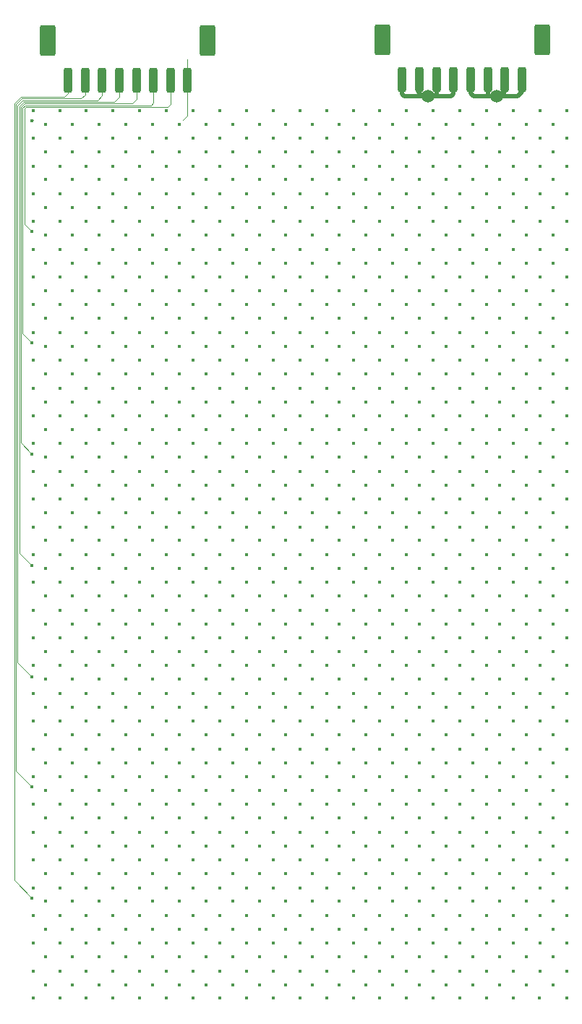
<source format=gbr>
%TF.GenerationSoftware,KiCad,Pcbnew,9.0.7*%
%TF.CreationDate,2026-02-05T13:43:49+01:00*%
%TF.ProjectId,led_bage,6c65645f-6261-4676-952e-6b696361645f,rev?*%
%TF.SameCoordinates,Original*%
%TF.FileFunction,Copper,L4,Bot*%
%TF.FilePolarity,Positive*%
%FSLAX46Y46*%
G04 Gerber Fmt 4.6, Leading zero omitted, Abs format (unit mm)*
G04 Created by KiCad (PCBNEW 9.0.7) date 2026-02-05 13:43:49*
%MOMM*%
%LPD*%
G01*
G04 APERTURE LIST*
G04 Aperture macros list*
%AMRoundRect*
0 Rectangle with rounded corners*
0 $1 Rounding radius*
0 $2 $3 $4 $5 $6 $7 $8 $9 X,Y pos of 4 corners*
0 Add a 4 corners polygon primitive as box body*
4,1,4,$2,$3,$4,$5,$6,$7,$8,$9,$2,$3,0*
0 Add four circle primitives for the rounded corners*
1,1,$1+$1,$2,$3*
1,1,$1+$1,$4,$5*
1,1,$1+$1,$6,$7*
1,1,$1+$1,$8,$9*
0 Add four rect primitives between the rounded corners*
20,1,$1+$1,$2,$3,$4,$5,0*
20,1,$1+$1,$4,$5,$6,$7,0*
20,1,$1+$1,$6,$7,$8,$9,0*
20,1,$1+$1,$8,$9,$2,$3,0*%
G04 Aperture macros list end*
%TA.AperFunction,SMDPad,CuDef*%
%ADD10RoundRect,0.250000X0.250000X1.200000X-0.250000X1.200000X-0.250000X-1.200000X0.250000X-1.200000X0*%
%TD*%
%TA.AperFunction,SMDPad,CuDef*%
%ADD11RoundRect,0.250000X0.650000X1.550000X-0.650000X1.550000X-0.650000X-1.550000X0.650000X-1.550000X0*%
%TD*%
%TA.AperFunction,ViaPad*%
%ADD12C,0.400000*%
%TD*%
%TA.AperFunction,ViaPad*%
%ADD13C,1.500000*%
%TD*%
%TA.AperFunction,Conductor*%
%ADD14C,0.500000*%
%TD*%
%TA.AperFunction,Conductor*%
%ADD15C,0.080000*%
%TD*%
G04 APERTURE END LIST*
D10*
%TO.P,J1,1,Pin_1*%
%TO.N,DATA1*%
X162600000Y-26200000D03*
%TO.P,J1,2,Pin_2*%
%TO.N,DATA2*%
X160600000Y-26200000D03*
%TO.P,J1,3,Pin_3*%
%TO.N,DATA3*%
X158600000Y-26200000D03*
%TO.P,J1,4,Pin_4*%
%TO.N,DATA4*%
X156600000Y-26200000D03*
%TO.P,J1,5,Pin_5*%
%TO.N,DATA5*%
X154600000Y-26200000D03*
%TO.P,J1,6,Pin_6*%
%TO.N,DATA6*%
X152600000Y-26200000D03*
%TO.P,J1,7,Pin_7*%
%TO.N,DATA7*%
X150600000Y-26200000D03*
%TO.P,J1,8,Pin_8*%
%TO.N,DATA8*%
X148600000Y-26200000D03*
D11*
%TO.P,J1,MP*%
%TO.N,N/C*%
X164950000Y-21550000D03*
X146250000Y-21550000D03*
%TD*%
D10*
%TO.P,J2,1,Pin_1*%
%TO.N,GND*%
X201750000Y-26050000D03*
%TO.P,J2,2,Pin_2*%
X199750000Y-26050000D03*
%TO.P,J2,3,Pin_3*%
X197750000Y-26050000D03*
%TO.P,J2,4,Pin_4*%
X195750000Y-26050000D03*
%TO.P,J2,5,Pin_5*%
%TO.N,VDD*%
X193750000Y-26050000D03*
%TO.P,J2,6,Pin_6*%
X191750000Y-26050000D03*
%TO.P,J2,7,Pin_7*%
X189750000Y-26050000D03*
%TO.P,J2,8,Pin_8*%
X187750000Y-26050000D03*
D11*
%TO.P,J2,MP*%
%TO.N,N/C*%
X204100000Y-21400000D03*
X185400000Y-21400000D03*
%TD*%
D12*
%TO.N,VDD*%
X183500000Y-115800000D03*
X161625000Y-41050000D03*
X161625000Y-125550000D03*
X161625000Y-93050000D03*
X183500000Y-86550000D03*
X174125000Y-119050000D03*
X146000000Y-102800000D03*
X161625000Y-73550000D03*
X186625000Y-122300000D03*
X158500000Y-50800000D03*
X164750000Y-112550000D03*
X189750000Y-34550000D03*
X180375000Y-109300000D03*
X164750000Y-80050000D03*
X146000000Y-89800000D03*
X196000000Y-89800000D03*
X180375000Y-128800000D03*
X180375000Y-57300000D03*
X177250000Y-44300000D03*
X164750000Y-119050000D03*
X155375000Y-60550000D03*
X186625000Y-109300000D03*
X158500000Y-41050000D03*
X202250000Y-86550000D03*
X149125000Y-76800000D03*
X146000000Y-34550000D03*
X152250000Y-41050000D03*
X183500000Y-54050000D03*
X149125000Y-86550000D03*
X199125000Y-99550000D03*
X146000000Y-99550000D03*
X183500000Y-50800000D03*
X189750000Y-73550000D03*
X146000000Y-37800000D03*
X158500000Y-109300000D03*
X202250000Y-73550000D03*
X189750000Y-125550000D03*
X158500000Y-115800000D03*
X174125000Y-54050000D03*
X199125000Y-80050000D03*
X155375000Y-70300000D03*
X174125000Y-89800000D03*
X205375000Y-125550000D03*
X199125000Y-83300000D03*
X161625000Y-119050000D03*
X155375000Y-102800000D03*
X171000000Y-102800000D03*
X174125000Y-112550000D03*
X202250000Y-44300000D03*
X186625000Y-44300000D03*
X158500000Y-99550000D03*
X180375000Y-106050000D03*
X171000000Y-106050000D03*
X186625000Y-57300000D03*
X186625000Y-34550000D03*
X164750000Y-109300000D03*
X164750000Y-83300000D03*
X180375000Y-60550000D03*
X167875000Y-60550000D03*
X171000000Y-54050000D03*
X177250000Y-102800000D03*
X205375000Y-109300000D03*
X164750000Y-54050000D03*
X189750000Y-63800000D03*
D13*
X190800000Y-28000000D03*
D12*
X202250000Y-106050000D03*
X161625000Y-67050000D03*
X146000000Y-31300000D03*
X146000000Y-122300000D03*
X192875000Y-47550000D03*
X171000000Y-70300000D03*
X146000000Y-112550000D03*
X164750000Y-37800000D03*
X158500000Y-47550000D03*
X192875000Y-93050000D03*
X174125000Y-41050000D03*
X189750000Y-37800000D03*
X189750000Y-47550000D03*
X155375000Y-132050000D03*
X155375000Y-106050000D03*
X180375000Y-122300000D03*
X202250000Y-119050000D03*
X183500000Y-96300000D03*
X174125000Y-132050000D03*
X171000000Y-96300000D03*
X149125000Y-57300000D03*
X149125000Y-93050000D03*
X167875000Y-50800000D03*
X146000000Y-70300000D03*
X171000000Y-80050000D03*
X146000000Y-44300000D03*
X180375000Y-99550000D03*
X149125000Y-106050000D03*
X196000000Y-70300000D03*
X161625000Y-115800000D03*
X205375000Y-54050000D03*
X205375000Y-122300000D03*
X202250000Y-89800000D03*
X155375000Y-54050000D03*
X186625000Y-80050000D03*
X199125000Y-106050000D03*
X199125000Y-122300000D03*
X177250000Y-80050000D03*
X161625000Y-128800000D03*
X199125000Y-119050000D03*
X186625000Y-132050000D03*
X152250000Y-106050000D03*
X199125000Y-50800000D03*
X202250000Y-47550000D03*
X161625000Y-76800000D03*
X171000000Y-37800000D03*
X164750000Y-93050000D03*
X174125000Y-31300000D03*
X155375000Y-73550000D03*
X192875000Y-76800000D03*
X199125000Y-132050000D03*
X177250000Y-54050000D03*
X152250000Y-93050000D03*
X202250000Y-63800000D03*
X199125000Y-109300000D03*
X177250000Y-60550000D03*
X155375000Y-112550000D03*
X155375000Y-96300000D03*
X164750000Y-96300000D03*
X146000000Y-109300000D03*
X186625000Y-112550000D03*
X158500000Y-89800000D03*
X167875000Y-109300000D03*
X164750000Y-31300000D03*
X164750000Y-60550000D03*
X152250000Y-119050000D03*
X186625000Y-128800000D03*
X180375000Y-63800000D03*
X158500000Y-67050000D03*
X196000000Y-99550000D03*
X152250000Y-109300000D03*
X152250000Y-44300000D03*
X189750000Y-93050000D03*
X167875000Y-96300000D03*
X205375000Y-60550000D03*
X177250000Y-86550000D03*
X205375000Y-67050000D03*
X196000000Y-76800000D03*
X202250000Y-112550000D03*
X158500000Y-57300000D03*
X152250000Y-37800000D03*
X180375000Y-132050000D03*
X202250000Y-125550000D03*
X205375000Y-31300000D03*
X177250000Y-99550000D03*
X174125000Y-60550000D03*
X152250000Y-112550000D03*
X152250000Y-60550000D03*
X192875000Y-67050000D03*
X171000000Y-99550000D03*
X202250000Y-76800000D03*
X149125000Y-128800000D03*
X189750000Y-109300000D03*
X186625000Y-115800000D03*
X152250000Y-132050000D03*
X177250000Y-57300000D03*
X149125000Y-34550000D03*
X189750000Y-102800000D03*
X167875000Y-73550000D03*
X171000000Y-63800000D03*
X183500000Y-76800000D03*
X158500000Y-128800000D03*
X152250000Y-50800000D03*
X192875000Y-44300000D03*
X177250000Y-122300000D03*
X189750000Y-89800000D03*
X149125000Y-109300000D03*
X161625000Y-102800000D03*
X180375000Y-67050000D03*
X174125000Y-106050000D03*
X205375000Y-41050000D03*
X174125000Y-67050000D03*
X180375000Y-73550000D03*
X186625000Y-31300000D03*
X158500000Y-83300000D03*
X180375000Y-86550000D03*
X183500000Y-132050000D03*
X171000000Y-115800000D03*
X164750000Y-44300000D03*
X196000000Y-34550000D03*
X199125000Y-128800000D03*
X171000000Y-73550000D03*
X174125000Y-37800000D03*
X167875000Y-83300000D03*
X155375000Y-57300000D03*
X158500000Y-54050000D03*
X186625000Y-50800000D03*
X161625000Y-34550000D03*
X199125000Y-86550000D03*
X183500000Y-125550000D03*
X196000000Y-63800000D03*
X161625000Y-50800000D03*
X186625000Y-47550000D03*
X146000000Y-63800000D03*
X149125000Y-96300000D03*
X171000000Y-109300000D03*
X146000000Y-57300000D03*
X192875000Y-34550000D03*
X158500000Y-73550000D03*
X174125000Y-86550000D03*
X196000000Y-41050000D03*
X183500000Y-34550000D03*
X196000000Y-83300000D03*
X196000000Y-67050000D03*
X174125000Y-80050000D03*
X186625000Y-67050000D03*
X149125000Y-41050000D03*
X161625000Y-106050000D03*
X171000000Y-31300000D03*
X146000000Y-80050000D03*
X155375000Y-128800000D03*
X189750000Y-67050000D03*
X180375000Y-112550000D03*
X180375000Y-54050000D03*
X174125000Y-34550000D03*
X174125000Y-115800000D03*
X161625000Y-89800000D03*
X192875000Y-73550000D03*
X174125000Y-122300000D03*
X174125000Y-93050000D03*
X161625000Y-86550000D03*
X202250000Y-34550000D03*
X205375000Y-80050000D03*
X146000000Y-115800000D03*
X183500000Y-60550000D03*
X171000000Y-119050000D03*
X158500000Y-93050000D03*
X149125000Y-122300000D03*
X192875000Y-83300000D03*
X158500000Y-44300000D03*
X202250000Y-83300000D03*
X199125000Y-96300000D03*
X205375000Y-99550000D03*
X152250000Y-67050000D03*
X180375000Y-34550000D03*
X155375000Y-122300000D03*
X171000000Y-89800000D03*
X205375000Y-50800000D03*
X205375000Y-96300000D03*
X189750000Y-132050000D03*
X199125000Y-47550000D03*
X189750000Y-119050000D03*
X199125000Y-60550000D03*
X202250000Y-31300000D03*
X186625000Y-125550000D03*
X152250000Y-83300000D03*
X205375000Y-83300000D03*
X161625000Y-60550000D03*
X164750000Y-73550000D03*
X158500000Y-31300000D03*
X189750000Y-99550000D03*
X183500000Y-109300000D03*
X192875000Y-106050000D03*
X183500000Y-57300000D03*
X192875000Y-102800000D03*
X180375000Y-41050000D03*
X149125000Y-73550000D03*
X177250000Y-31300000D03*
X186625000Y-99550000D03*
X146000000Y-96300000D03*
X192875000Y-86550000D03*
X174125000Y-128800000D03*
X149125000Y-47550000D03*
X174125000Y-76800000D03*
X189750000Y-44300000D03*
X171000000Y-83300000D03*
X171000000Y-57300000D03*
X186625000Y-60550000D03*
X149125000Y-119050000D03*
X155375000Y-34550000D03*
X167875000Y-99550000D03*
X149125000Y-60550000D03*
X152250000Y-122300000D03*
X186625000Y-73550000D03*
X199125000Y-115800000D03*
X177250000Y-67050000D03*
X146000000Y-83300000D03*
X171000000Y-41050000D03*
X171000000Y-60550000D03*
X196000000Y-37800000D03*
X164750000Y-41050000D03*
X146000000Y-106050000D03*
X146000000Y-86550000D03*
X192875000Y-31300000D03*
X196000000Y-119050000D03*
X192875000Y-50800000D03*
X174125000Y-83300000D03*
X196000000Y-106050000D03*
X158500000Y-76800000D03*
X167875000Y-80050000D03*
X183500000Y-112550000D03*
X155375000Y-31300000D03*
X205375000Y-112550000D03*
X183500000Y-37800000D03*
X192875000Y-132050000D03*
X149125000Y-70300000D03*
X196000000Y-57300000D03*
X202250000Y-50800000D03*
X155375000Y-76800000D03*
X183500000Y-89800000D03*
X152250000Y-73550000D03*
X174125000Y-57300000D03*
X196000000Y-112550000D03*
X146000000Y-67050000D03*
X199125000Y-112550000D03*
X155375000Y-44300000D03*
X167875000Y-63800000D03*
X196000000Y-93050000D03*
X183500000Y-63800000D03*
X205375000Y-57300000D03*
X164750000Y-115800000D03*
X202250000Y-122300000D03*
X192875000Y-63800000D03*
X167875000Y-112550000D03*
X146000000Y-132050000D03*
X167875000Y-34550000D03*
X149125000Y-44300000D03*
X149125000Y-112550000D03*
X158500000Y-96300000D03*
X155375000Y-80050000D03*
X149125000Y-63800000D03*
X164750000Y-99550000D03*
X161625000Y-112550000D03*
X199125000Y-70300000D03*
X189750000Y-50800000D03*
X177250000Y-73550000D03*
X167875000Y-54050000D03*
X199125000Y-63800000D03*
X205375000Y-89800000D03*
X177250000Y-50800000D03*
X146000000Y-73550000D03*
X205375000Y-34550000D03*
X149125000Y-125550000D03*
X167875000Y-47550000D03*
X202250000Y-132050000D03*
X196000000Y-122300000D03*
X205375000Y-73550000D03*
X149125000Y-89800000D03*
X171000000Y-47550000D03*
X152250000Y-99550000D03*
X186625000Y-96300000D03*
X152250000Y-70300000D03*
X171000000Y-128800000D03*
X158500000Y-119050000D03*
X171000000Y-122300000D03*
X161625000Y-44300000D03*
X149125000Y-99550000D03*
X158500000Y-60550000D03*
X155375000Y-125550000D03*
X149125000Y-115800000D03*
X183500000Y-47550000D03*
X177250000Y-93050000D03*
X152250000Y-102800000D03*
X192875000Y-54050000D03*
X164750000Y-63800000D03*
X167875000Y-106050000D03*
X199125000Y-73550000D03*
X167875000Y-41050000D03*
X171000000Y-67050000D03*
X186625000Y-54050000D03*
X199125000Y-125550000D03*
X192875000Y-115800000D03*
X177250000Y-37800000D03*
X192875000Y-60550000D03*
X192875000Y-37800000D03*
X158500000Y-122300000D03*
X171000000Y-76800000D03*
X199125000Y-54050000D03*
X202250000Y-102800000D03*
X199125000Y-34550000D03*
X202250000Y-60550000D03*
X177250000Y-128800000D03*
X189750000Y-57300000D03*
X196000000Y-128800000D03*
X177250000Y-70300000D03*
X180375000Y-125550000D03*
X192875000Y-109300000D03*
X177250000Y-96300000D03*
X192875000Y-122300000D03*
X164750000Y-76800000D03*
X205375000Y-76800000D03*
X164750000Y-86550000D03*
X161625000Y-37800000D03*
X180375000Y-115800000D03*
X171000000Y-86550000D03*
X167875000Y-125550000D03*
X180375000Y-102800000D03*
X180375000Y-31300000D03*
X167875000Y-86550000D03*
X158500000Y-80050000D03*
X164750000Y-132050000D03*
X202250000Y-37800000D03*
X189750000Y-83300000D03*
X196000000Y-96300000D03*
X192875000Y-99550000D03*
X202250000Y-80050000D03*
X158500000Y-34550000D03*
X186625000Y-102800000D03*
X146000000Y-60550000D03*
X171000000Y-50800000D03*
X171000000Y-44300000D03*
X196000000Y-54050000D03*
X205375000Y-119050000D03*
X152250000Y-128800000D03*
X180375000Y-119050000D03*
X180375000Y-76800000D03*
X167875000Y-31300000D03*
X177250000Y-76800000D03*
X177250000Y-41050000D03*
X189750000Y-96300000D03*
X146000000Y-128800000D03*
X196000000Y-47550000D03*
X202250000Y-96300000D03*
X164750000Y-50800000D03*
X189750000Y-31300000D03*
X192875000Y-80050000D03*
X186625000Y-86550000D03*
X183500000Y-31300000D03*
X186625000Y-37800000D03*
X152250000Y-31300000D03*
X161625000Y-47550000D03*
X196000000Y-44300000D03*
X164750000Y-106050000D03*
X183500000Y-128800000D03*
X171000000Y-34550000D03*
X183500000Y-44300000D03*
X192875000Y-57300000D03*
X152250000Y-125550000D03*
X199125000Y-44300000D03*
X199125000Y-31300000D03*
X183500000Y-70300000D03*
X149125000Y-102800000D03*
X174125000Y-70300000D03*
X174125000Y-44300000D03*
X180375000Y-47550000D03*
X202250000Y-70300000D03*
X167875000Y-128800000D03*
X189750000Y-70300000D03*
X205375000Y-102800000D03*
X177250000Y-125550000D03*
X155375000Y-109300000D03*
X202250000Y-93050000D03*
X192875000Y-89800000D03*
X180375000Y-44300000D03*
X177250000Y-109300000D03*
X164750000Y-89800000D03*
X167875000Y-122300000D03*
X164750000Y-57300000D03*
X149125000Y-54050000D03*
X152250000Y-89800000D03*
X149125000Y-132050000D03*
X196000000Y-109300000D03*
X202250000Y-109300000D03*
X155375000Y-37800000D03*
X174125000Y-50800000D03*
X196000000Y-125550000D03*
X183500000Y-73550000D03*
X152250000Y-86550000D03*
X186625000Y-41050000D03*
X149125000Y-67050000D03*
X149125000Y-50800000D03*
X174125000Y-47550000D03*
X146000000Y-50800000D03*
X192875000Y-96300000D03*
X202250000Y-128800000D03*
X174125000Y-96300000D03*
X152250000Y-96300000D03*
X199125000Y-37800000D03*
X146000000Y-119050000D03*
X171000000Y-93050000D03*
X152250000Y-54050000D03*
X174125000Y-73550000D03*
X161625000Y-54050000D03*
X155375000Y-115800000D03*
X167875000Y-119050000D03*
X192875000Y-128800000D03*
X196000000Y-115800000D03*
X155375000Y-86550000D03*
X196000000Y-132050000D03*
X183500000Y-102800000D03*
X186625000Y-106050000D03*
X177250000Y-112550000D03*
X177250000Y-89800000D03*
X164750000Y-47550000D03*
X152250000Y-76800000D03*
X164750000Y-125550000D03*
X174125000Y-125550000D03*
X177250000Y-115800000D03*
X205375000Y-93050000D03*
X146000000Y-54050000D03*
X183500000Y-80050000D03*
X152250000Y-115800000D03*
X202250000Y-67050000D03*
X205375000Y-47550000D03*
X186625000Y-119050000D03*
X177250000Y-34550000D03*
X177250000Y-132050000D03*
X183500000Y-119050000D03*
X146000000Y-125550000D03*
X149125000Y-31300000D03*
X161625000Y-122300000D03*
X155375000Y-93050000D03*
X164750000Y-102800000D03*
X174125000Y-99550000D03*
X180375000Y-83300000D03*
X174125000Y-102800000D03*
X199125000Y-57300000D03*
X146000000Y-47550000D03*
X152250000Y-57300000D03*
X192875000Y-125550000D03*
X164750000Y-70300000D03*
X196000000Y-60550000D03*
X177250000Y-47550000D03*
X167875000Y-132050000D03*
X199125000Y-93050000D03*
X205375000Y-86550000D03*
X180375000Y-37800000D03*
X171000000Y-132050000D03*
X155375000Y-63800000D03*
X202250000Y-54050000D03*
X180375000Y-80050000D03*
X161625000Y-31300000D03*
X158500000Y-70300000D03*
X189750000Y-122300000D03*
X189750000Y-112550000D03*
X180375000Y-50800000D03*
X155375000Y-83300000D03*
X180375000Y-93050000D03*
X161625000Y-80050000D03*
X180375000Y-89800000D03*
X186625000Y-76800000D03*
X177250000Y-106050000D03*
X167875000Y-37800000D03*
X177250000Y-119050000D03*
X186625000Y-83300000D03*
X158500000Y-37800000D03*
X186625000Y-93050000D03*
X158500000Y-86550000D03*
X171000000Y-125550000D03*
X192875000Y-70300000D03*
X183500000Y-67050000D03*
X199125000Y-76800000D03*
X177250000Y-63800000D03*
X158500000Y-112550000D03*
X183500000Y-99550000D03*
X180375000Y-96300000D03*
X196000000Y-102800000D03*
X196000000Y-80050000D03*
X205375000Y-115800000D03*
X183500000Y-93050000D03*
X155375000Y-67050000D03*
X155375000Y-119050000D03*
X202250000Y-115800000D03*
X161625000Y-63800000D03*
X155375000Y-99550000D03*
X183500000Y-83300000D03*
X174125000Y-63800000D03*
X199125000Y-102800000D03*
X161625000Y-83300000D03*
X158500000Y-132050000D03*
X192875000Y-119050000D03*
X164750000Y-128800000D03*
X199125000Y-41050000D03*
X196000000Y-86550000D03*
X155375000Y-89800000D03*
X192875000Y-112550000D03*
X158500000Y-106050000D03*
X152250000Y-63800000D03*
X189750000Y-60550000D03*
X149125000Y-80050000D03*
X164750000Y-67050000D03*
X196000000Y-50800000D03*
X189750000Y-115800000D03*
X205375000Y-37800000D03*
X167875000Y-70300000D03*
X199125000Y-89800000D03*
X189750000Y-86550000D03*
X152250000Y-34550000D03*
X167875000Y-76800000D03*
X183500000Y-106050000D03*
X167875000Y-115800000D03*
X199125000Y-67050000D03*
X202250000Y-99550000D03*
X202250000Y-57300000D03*
X167875000Y-67050000D03*
X161625000Y-57300000D03*
X155375000Y-41050000D03*
X189750000Y-54050000D03*
X149125000Y-37800000D03*
X186625000Y-70300000D03*
X196000000Y-31300000D03*
X186625000Y-89800000D03*
X174125000Y-109300000D03*
X164750000Y-34550000D03*
X186625000Y-63800000D03*
X167875000Y-102800000D03*
X183500000Y-122300000D03*
X146000000Y-76800000D03*
X152250000Y-80050000D03*
X146000000Y-93050000D03*
X205375000Y-70300000D03*
X167875000Y-57300000D03*
X189750000Y-80050000D03*
X152250000Y-47550000D03*
X192875000Y-41050000D03*
X196000000Y-73550000D03*
X167875000Y-93050000D03*
X189750000Y-106050000D03*
X171000000Y-112550000D03*
X202250000Y-41050000D03*
X161625000Y-109300000D03*
X189750000Y-41050000D03*
X183500000Y-41050000D03*
X189750000Y-76800000D03*
X189750000Y-128800000D03*
X146000000Y-41050000D03*
X161625000Y-70300000D03*
X164750000Y-122300000D03*
X161625000Y-132050000D03*
X205375000Y-132050000D03*
X149125000Y-83300000D03*
X161625000Y-99550000D03*
X161625000Y-96300000D03*
X158500000Y-102800000D03*
X205375000Y-44300000D03*
X180375000Y-70300000D03*
X177250000Y-83300000D03*
X167875000Y-89800000D03*
X155375000Y-47550000D03*
X158500000Y-63800000D03*
X205375000Y-106050000D03*
X167875000Y-44300000D03*
X205375000Y-128800000D03*
X158500000Y-125550000D03*
X205375000Y-63800000D03*
X155375000Y-50800000D03*
%TO.N,DATA1*%
X144400000Y-30900000D03*
%TO.N,GND*%
X172625000Y-58950000D03*
X175750000Y-29700000D03*
X157000000Y-81700000D03*
X188250000Y-29700000D03*
X169500000Y-110950000D03*
X172625000Y-120700000D03*
X160125000Y-117450000D03*
D13*
X198800000Y-28000000D03*
D12*
X188250000Y-117450000D03*
X150750000Y-68700000D03*
X200750000Y-39450000D03*
X207000000Y-42700000D03*
X166375000Y-42700000D03*
X194500000Y-94700000D03*
X169500000Y-65450000D03*
X166375000Y-78450000D03*
X166375000Y-71950000D03*
X200750000Y-62200000D03*
X163250000Y-36200000D03*
X160125000Y-107700000D03*
X163250000Y-91450000D03*
X144500000Y-81700000D03*
X147625000Y-88200000D03*
X157000000Y-130450000D03*
X197625000Y-133600000D03*
X191375000Y-29700000D03*
X157000000Y-52450000D03*
X191375000Y-110950000D03*
X178875000Y-130450000D03*
X147625000Y-55700000D03*
X178875000Y-107700000D03*
X197625000Y-49200000D03*
X160125000Y-58950000D03*
X172625000Y-101200000D03*
X203875000Y-81700000D03*
X157000000Y-45950000D03*
X194500000Y-68700000D03*
X200750000Y-65450000D03*
X160125000Y-45950000D03*
X169500000Y-62200000D03*
X172625000Y-91450000D03*
X175750000Y-110950000D03*
X169500000Y-29700000D03*
X147625000Y-101200000D03*
X175750000Y-71950000D03*
X178875000Y-78450000D03*
X169500000Y-55700000D03*
X166375000Y-91450000D03*
X197625000Y-29700000D03*
X172625000Y-29700000D03*
X169500000Y-52450000D03*
X175750000Y-107700000D03*
X169500000Y-101200000D03*
X175750000Y-55700000D03*
X160125000Y-127200000D03*
X188250000Y-42700000D03*
X163250000Y-123950000D03*
X200750000Y-101200000D03*
X163250000Y-110950000D03*
X185125000Y-127200000D03*
X147625000Y-130450000D03*
X150750000Y-49200000D03*
X178875000Y-133600000D03*
X153875000Y-39450000D03*
X160125000Y-71950000D03*
X144500000Y-52450000D03*
X144500000Y-75200000D03*
X147625000Y-75200000D03*
X169500000Y-133600000D03*
X157000000Y-101200000D03*
X160125000Y-42700000D03*
X144500000Y-71950000D03*
X191375000Y-45950000D03*
X172625000Y-62200000D03*
X197625000Y-45950000D03*
X175750000Y-65450000D03*
X147625000Y-62200000D03*
X203875000Y-84950000D03*
X188250000Y-39450000D03*
X172625000Y-39450000D03*
X157000000Y-49200000D03*
X203875000Y-127200000D03*
X150750000Y-120700000D03*
X200750000Y-133600000D03*
X157000000Y-120700000D03*
X191375000Y-75200000D03*
X160125000Y-75200000D03*
X147625000Y-65450000D03*
X191375000Y-84950000D03*
X188250000Y-110950000D03*
X160125000Y-130450000D03*
X157000000Y-88200000D03*
X172625000Y-32950000D03*
X203875000Y-65450000D03*
X144500000Y-114200000D03*
X153875000Y-32950000D03*
X203875000Y-39450000D03*
X153875000Y-130450000D03*
X144500000Y-55700000D03*
X185125000Y-104450000D03*
X163250000Y-117450000D03*
X147625000Y-114200000D03*
X207000000Y-84950000D03*
X194500000Y-45950000D03*
X144500000Y-45950000D03*
X178875000Y-84950000D03*
X172625000Y-110950000D03*
X166375000Y-114200000D03*
X147625000Y-81700000D03*
X197625000Y-97950000D03*
X160125000Y-52450000D03*
X157000000Y-127200000D03*
X191375000Y-101200000D03*
X207000000Y-52450000D03*
X178875000Y-49200000D03*
X191375000Y-120700000D03*
X169500000Y-94700000D03*
X172625000Y-71950000D03*
X203875000Y-58950000D03*
X178875000Y-127200000D03*
X175750000Y-114200000D03*
X166375000Y-68700000D03*
X144500000Y-29700000D03*
X166375000Y-104450000D03*
X172625000Y-88200000D03*
X147625000Y-107700000D03*
X150750000Y-32950000D03*
X175750000Y-120700000D03*
X203875000Y-29700000D03*
X197625000Y-42700000D03*
X194500000Y-36200000D03*
X150750000Y-65450000D03*
X169500000Y-81700000D03*
X147625000Y-123950000D03*
X203875000Y-42700000D03*
X163250000Y-39450000D03*
X163250000Y-101200000D03*
X191375000Y-114200000D03*
X188250000Y-114200000D03*
X182000000Y-58950000D03*
X182000000Y-94700000D03*
X185125000Y-88200000D03*
X185125000Y-71950000D03*
X200750000Y-130450000D03*
X207000000Y-107700000D03*
X150750000Y-81700000D03*
X153875000Y-49200000D03*
X153875000Y-65450000D03*
X200750000Y-81700000D03*
X191375000Y-62200000D03*
X188250000Y-71950000D03*
X203875000Y-68700000D03*
X147625000Y-36200000D03*
X150750000Y-78450000D03*
X194500000Y-39450000D03*
X160125000Y-97950000D03*
X150750000Y-91450000D03*
X169500000Y-117450000D03*
X191375000Y-68700000D03*
X191375000Y-117450000D03*
X188250000Y-75200000D03*
X203875000Y-91450000D03*
X150750000Y-107700000D03*
X147625000Y-84950000D03*
X150750000Y-75200000D03*
X144500000Y-97950000D03*
X144500000Y-94700000D03*
X166375000Y-65450000D03*
X185125000Y-130450000D03*
X194500000Y-42700000D03*
X153875000Y-117450000D03*
X172625000Y-114200000D03*
X163250000Y-81700000D03*
X178875000Y-68700000D03*
X185125000Y-58950000D03*
X147625000Y-104450000D03*
X203800000Y-133600000D03*
X169500000Y-127200000D03*
X163250000Y-114200000D03*
X188250000Y-94700000D03*
X191375000Y-42700000D03*
X166375000Y-55700000D03*
X188250000Y-127200000D03*
X188250000Y-52450000D03*
X163250000Y-94700000D03*
X182000000Y-55700000D03*
X166375000Y-81700000D03*
X153875000Y-68700000D03*
X153875000Y-127200000D03*
X172625000Y-84950000D03*
X175750000Y-117450000D03*
X182000000Y-127200000D03*
X207000000Y-49200000D03*
X175750000Y-97950000D03*
X203875000Y-114200000D03*
X191375000Y-107700000D03*
X163250000Y-75200000D03*
X182000000Y-81700000D03*
X197625000Y-52450000D03*
X182000000Y-130450000D03*
X150750000Y-97950000D03*
X147625000Y-110950000D03*
X160125000Y-81700000D03*
X157000000Y-71950000D03*
X197625000Y-88200000D03*
X182000000Y-114200000D03*
X166375000Y-62200000D03*
X207000000Y-127200000D03*
X207000000Y-110950000D03*
X166375000Y-97950000D03*
X203875000Y-101200000D03*
X194500000Y-58950000D03*
X203875000Y-75200000D03*
X157000000Y-65450000D03*
X197625000Y-65450000D03*
X144500000Y-120700000D03*
X163250000Y-78450000D03*
X197625000Y-39450000D03*
X166375000Y-123950000D03*
X150750000Y-39450000D03*
X160125000Y-101200000D03*
X185125000Y-114200000D03*
X163250000Y-62200000D03*
X185125000Y-49200000D03*
X191375000Y-130450000D03*
X182000000Y-78450000D03*
X188250000Y-45950000D03*
X166375000Y-133600000D03*
X191375000Y-39450000D03*
X207000000Y-114200000D03*
X150750000Y-62200000D03*
X169500000Y-84950000D03*
X150750000Y-123950000D03*
X194500000Y-133600000D03*
X197625000Y-78450000D03*
X160125000Y-114200000D03*
X200750000Y-78450000D03*
X172625000Y-52450000D03*
X157000000Y-32950000D03*
X194500000Y-104450000D03*
X182000000Y-65450000D03*
X185125000Y-36200000D03*
X163250000Y-107700000D03*
X175750000Y-52450000D03*
X188250000Y-97950000D03*
X153875000Y-71950000D03*
X194500000Y-75200000D03*
X185125000Y-110950000D03*
X191375000Y-49200000D03*
X175750000Y-130450000D03*
X200750000Y-52450000D03*
X160125000Y-123950000D03*
X182000000Y-133600000D03*
X200750000Y-117450000D03*
X153875000Y-36200000D03*
X172625000Y-97950000D03*
X160125000Y-68700000D03*
X207000000Y-101200000D03*
X175750000Y-42700000D03*
X144500000Y-107700000D03*
X166375000Y-110950000D03*
X185125000Y-107700000D03*
X191375000Y-133600000D03*
X200750000Y-42700000D03*
X175750000Y-32950000D03*
X166375000Y-127200000D03*
X197625000Y-110950000D03*
X144500000Y-42700000D03*
X178875000Y-39450000D03*
X163250000Y-42700000D03*
X194500000Y-110950000D03*
X163250000Y-88200000D03*
X163250000Y-130450000D03*
X197625000Y-127200000D03*
X175750000Y-88200000D03*
X147625000Y-39450000D03*
X194500000Y-120700000D03*
X200750000Y-120700000D03*
X191375000Y-78450000D03*
X207000000Y-68700000D03*
X178875000Y-71950000D03*
X194500000Y-32950000D03*
X160125000Y-91450000D03*
X200750000Y-58950000D03*
X150750000Y-114200000D03*
X197625000Y-58950000D03*
X194500000Y-101200000D03*
X147625000Y-78450000D03*
X166375000Y-130450000D03*
X191375000Y-94700000D03*
X178875000Y-65450000D03*
X166375000Y-117450000D03*
X191375000Y-123950000D03*
X178875000Y-62200000D03*
X185125000Y-123950000D03*
X203875000Y-62200000D03*
X147625000Y-42700000D03*
X160125000Y-133600000D03*
X203875000Y-88200000D03*
X147625000Y-29700000D03*
X203875000Y-78450000D03*
X185125000Y-62200000D03*
X197625000Y-123950000D03*
X166375000Y-58950000D03*
X157000000Y-39450000D03*
X147625000Y-97950000D03*
X182000000Y-84950000D03*
X175750000Y-78450000D03*
X203875000Y-110950000D03*
X172625000Y-94700000D03*
X153875000Y-75200000D03*
X197625000Y-32950000D03*
X207000000Y-58950000D03*
X147625000Y-127200000D03*
X207000000Y-94700000D03*
X163250000Y-49200000D03*
X200750000Y-75200000D03*
X200750000Y-88200000D03*
X160125000Y-32950000D03*
X194500000Y-78450000D03*
X175750000Y-45950000D03*
X188250000Y-104450000D03*
X153875000Y-120700000D03*
X150750000Y-71950000D03*
X175750000Y-58950000D03*
X197625000Y-120700000D03*
X207000000Y-104450000D03*
X200750000Y-84950000D03*
X188250000Y-84950000D03*
X153875000Y-94700000D03*
X178875000Y-36200000D03*
X188250000Y-62200000D03*
X182000000Y-45950000D03*
X188250000Y-133600000D03*
X191375000Y-36200000D03*
X163250000Y-65450000D03*
X169500000Y-114200000D03*
X172625000Y-49200000D03*
X144500000Y-130450000D03*
X182000000Y-36200000D03*
X157000000Y-107700000D03*
X175750000Y-127200000D03*
X160125000Y-49200000D03*
X207000000Y-71950000D03*
X178875000Y-91450000D03*
X169500000Y-97950000D03*
X147625000Y-45950000D03*
X188250000Y-120700000D03*
X160125000Y-62200000D03*
X188250000Y-91450000D03*
X185125000Y-55700000D03*
X197625000Y-81700000D03*
X182000000Y-29700000D03*
X153875000Y-55700000D03*
X144500000Y-133600000D03*
X157000000Y-117450000D03*
X150750000Y-117450000D03*
X172625000Y-123950000D03*
X153875000Y-107700000D03*
X144500000Y-78450000D03*
X178875000Y-88200000D03*
X153875000Y-58950000D03*
X169500000Y-78450000D03*
X178875000Y-52450000D03*
X172625000Y-130450000D03*
X175750000Y-104450000D03*
X200750000Y-97950000D03*
X178875000Y-58950000D03*
X194500000Y-117450000D03*
X150750000Y-58950000D03*
X194500000Y-91450000D03*
X194500000Y-127200000D03*
X207000000Y-120700000D03*
X178875000Y-29700000D03*
X163250000Y-52450000D03*
X182000000Y-88200000D03*
X194500000Y-114200000D03*
X207000000Y-62200000D03*
X172625000Y-104450000D03*
X194500000Y-97950000D03*
X166375000Y-45950000D03*
X185125000Y-52450000D03*
X169500000Y-88200000D03*
X166375000Y-94700000D03*
X197625000Y-75200000D03*
X169500000Y-130450000D03*
X157000000Y-75200000D03*
X157000000Y-36200000D03*
X188250000Y-32950000D03*
X182000000Y-91450000D03*
X197625000Y-101200000D03*
X147625000Y-58950000D03*
X144500000Y-123950000D03*
X175750000Y-123950000D03*
X185125000Y-101200000D03*
X157000000Y-29700000D03*
X197625000Y-84950000D03*
X207000000Y-97950000D03*
X147625000Y-117450000D03*
X207000000Y-133600000D03*
X175750000Y-91450000D03*
X166375000Y-88200000D03*
X150750000Y-42700000D03*
X157000000Y-62200000D03*
X203875000Y-49200000D03*
X178875000Y-110950000D03*
X207000000Y-123950000D03*
X182000000Y-110950000D03*
X200750000Y-29700000D03*
X157000000Y-55700000D03*
X150750000Y-45950000D03*
X169500000Y-39450000D03*
X150750000Y-110950000D03*
X207000000Y-55700000D03*
X207000000Y-130450000D03*
X200750000Y-49200000D03*
X169500000Y-120700000D03*
X172625000Y-42700000D03*
X182000000Y-101200000D03*
X200750000Y-114200000D03*
X160125000Y-110950000D03*
X194500000Y-62200000D03*
X160125000Y-29700000D03*
X178875000Y-75200000D03*
X207000000Y-75200000D03*
X169500000Y-58950000D03*
X169500000Y-32950000D03*
X200750000Y-127200000D03*
X166375000Y-101200000D03*
X147625000Y-133600000D03*
X191375000Y-88200000D03*
X169500000Y-71950000D03*
X182000000Y-120700000D03*
X197625000Y-130450000D03*
X163250000Y-55700000D03*
X157000000Y-110950000D03*
X153875000Y-133600000D03*
X197625000Y-117450000D03*
X166375000Y-75200000D03*
X207000000Y-81700000D03*
X207000000Y-78450000D03*
X172625000Y-68700000D03*
X191375000Y-52450000D03*
X153875000Y-91450000D03*
X169500000Y-75200000D03*
X185125000Y-94700000D03*
X207000000Y-45950000D03*
X200750000Y-104450000D03*
X144500000Y-104450000D03*
X178875000Y-42700000D03*
X203875000Y-55700000D03*
X200750000Y-123950000D03*
X172625000Y-127200000D03*
X153875000Y-97950000D03*
X182000000Y-52450000D03*
X147625000Y-32950000D03*
X185125000Y-91450000D03*
X200750000Y-55700000D03*
X207000000Y-29700000D03*
X144500000Y-91450000D03*
X188250000Y-55700000D03*
X178875000Y-45950000D03*
X150750000Y-55700000D03*
X197625000Y-55700000D03*
X182000000Y-123950000D03*
X182000000Y-117450000D03*
X207000000Y-91450000D03*
X188250000Y-68700000D03*
X166375000Y-32950000D03*
X185125000Y-39450000D03*
X144500000Y-32950000D03*
X157000000Y-84950000D03*
X147625000Y-94700000D03*
X172625000Y-107700000D03*
X150750000Y-104450000D03*
X166375000Y-120700000D03*
X153875000Y-42700000D03*
X144500000Y-62200000D03*
X182000000Y-62200000D03*
X144500000Y-68700000D03*
X166375000Y-52450000D03*
X188250000Y-49200000D03*
X203875000Y-94700000D03*
X203875000Y-130450000D03*
X169500000Y-45950000D03*
X194500000Y-123950000D03*
X144500000Y-84950000D03*
X178875000Y-123950000D03*
X197625000Y-91450000D03*
X157000000Y-58950000D03*
X150750000Y-94700000D03*
X147625000Y-71950000D03*
X163250000Y-68700000D03*
X185125000Y-97950000D03*
X150750000Y-52450000D03*
X200750000Y-45950000D03*
X185125000Y-68700000D03*
X172625000Y-65450000D03*
X178875000Y-120700000D03*
X191375000Y-127200000D03*
X185125000Y-84950000D03*
X200750000Y-68700000D03*
X160125000Y-84950000D03*
X160125000Y-65450000D03*
X175750000Y-101200000D03*
X191375000Y-65450000D03*
X160125000Y-78450000D03*
X194500000Y-107700000D03*
X191375000Y-58950000D03*
X175750000Y-84950000D03*
X144500000Y-117450000D03*
X197625000Y-36200000D03*
X169500000Y-49200000D03*
X157000000Y-114200000D03*
X172625000Y-36200000D03*
X197625000Y-114200000D03*
X163250000Y-71950000D03*
X175750000Y-39450000D03*
X172625000Y-45950000D03*
X157000000Y-91450000D03*
X150750000Y-84950000D03*
X175750000Y-62200000D03*
X157000000Y-42700000D03*
X166375000Y-84950000D03*
X188250000Y-81700000D03*
X166375000Y-39450000D03*
X207000000Y-117450000D03*
X150750000Y-88200000D03*
X194500000Y-65450000D03*
X185125000Y-78450000D03*
X203875000Y-120700000D03*
X194500000Y-88200000D03*
X169500000Y-68700000D03*
X191375000Y-97950000D03*
X197625000Y-71950000D03*
X144500000Y-110950000D03*
X150750000Y-127200000D03*
X166375000Y-107700000D03*
X163250000Y-32950000D03*
X178875000Y-101200000D03*
X203875000Y-36200000D03*
X153875000Y-78450000D03*
X191375000Y-91450000D03*
X144500000Y-101200000D03*
X172625000Y-81700000D03*
X182000000Y-104450000D03*
X185125000Y-117450000D03*
X185125000Y-32950000D03*
X203875000Y-45950000D03*
X194500000Y-81700000D03*
X182000000Y-32950000D03*
X169500000Y-123950000D03*
X182000000Y-42700000D03*
X194500000Y-52450000D03*
X166375000Y-29700000D03*
X169500000Y-104450000D03*
X194500000Y-29700000D03*
X175750000Y-133600000D03*
X157000000Y-94700000D03*
X188250000Y-123950000D03*
X182000000Y-39450000D03*
X200750000Y-107700000D03*
X178875000Y-114200000D03*
X153875000Y-104450000D03*
X203875000Y-52450000D03*
X203875000Y-123950000D03*
X182000000Y-49200000D03*
X194500000Y-84950000D03*
X178875000Y-104450000D03*
X153875000Y-52450000D03*
X157000000Y-133600000D03*
X194500000Y-55700000D03*
X163250000Y-97950000D03*
X203875000Y-117450000D03*
X153875000Y-101200000D03*
X175750000Y-75200000D03*
X200750000Y-94700000D03*
X150750000Y-133600000D03*
X147625000Y-68700000D03*
X175750000Y-68700000D03*
X191375000Y-32950000D03*
X203875000Y-104450000D03*
X144500000Y-39450000D03*
X153875000Y-84950000D03*
X197625000Y-104450000D03*
X191375000Y-81700000D03*
X207000000Y-36200000D03*
X169500000Y-107700000D03*
X207000000Y-88200000D03*
X157000000Y-68700000D03*
X153875000Y-45950000D03*
X160125000Y-39450000D03*
X160125000Y-88200000D03*
X185125000Y-45950000D03*
X178875000Y-94700000D03*
X194500000Y-49200000D03*
X178875000Y-81700000D03*
X182000000Y-71950000D03*
X153875000Y-88200000D03*
X200750000Y-36200000D03*
X166375000Y-36200000D03*
X147625000Y-91450000D03*
X150750000Y-130450000D03*
X163250000Y-84950000D03*
X188250000Y-36200000D03*
X188250000Y-107700000D03*
X150750000Y-101200000D03*
X163250000Y-104450000D03*
X157000000Y-104450000D03*
X188250000Y-88200000D03*
X203875000Y-97950000D03*
X163250000Y-45950000D03*
X191375000Y-71950000D03*
X185125000Y-81700000D03*
X160125000Y-94700000D03*
X185125000Y-120700000D03*
X144500000Y-88200000D03*
X200750000Y-91450000D03*
X163250000Y-29700000D03*
X163250000Y-127200000D03*
X160125000Y-55700000D03*
X157000000Y-123950000D03*
X207000000Y-65450000D03*
X175750000Y-94700000D03*
X194500000Y-71950000D03*
X188250000Y-58950000D03*
X188250000Y-78450000D03*
X207000000Y-39450000D03*
X194500000Y-130450000D03*
X200750000Y-110950000D03*
X182000000Y-97950000D03*
X191375000Y-55700000D03*
X163250000Y-58950000D03*
X169500000Y-36200000D03*
X147625000Y-49200000D03*
X153875000Y-123950000D03*
X144500000Y-58950000D03*
X166375000Y-49200000D03*
X207000000Y-32950000D03*
X172625000Y-78450000D03*
X182000000Y-75200000D03*
X191375000Y-104450000D03*
X197625000Y-94700000D03*
X157000000Y-97950000D03*
X175750000Y-81700000D03*
X188250000Y-101200000D03*
X160125000Y-120700000D03*
X172625000Y-133600000D03*
X188250000Y-65450000D03*
X178875000Y-55700000D03*
X185125000Y-65450000D03*
X182000000Y-68700000D03*
X197625000Y-62200000D03*
X185125000Y-29700000D03*
X153875000Y-81700000D03*
X153875000Y-110950000D03*
X188250000Y-130450000D03*
X160125000Y-36200000D03*
X169500000Y-42700000D03*
X203875000Y-107700000D03*
X172625000Y-75200000D03*
X160125000Y-104450000D03*
X144500000Y-65450000D03*
X178875000Y-32950000D03*
X163250000Y-133600000D03*
X203875000Y-71950000D03*
X153875000Y-29700000D03*
X144500000Y-127200000D03*
X157000000Y-78450000D03*
X175750000Y-49200000D03*
X144500000Y-36200000D03*
X172625000Y-117450000D03*
X147625000Y-120700000D03*
X197625000Y-107700000D03*
X200750000Y-71950000D03*
X169500000Y-91450000D03*
X153875000Y-62200000D03*
X172625000Y-55700000D03*
X185125000Y-75200000D03*
X163250000Y-120700000D03*
X203875000Y-32950000D03*
X153875000Y-114200000D03*
X182000000Y-107700000D03*
X178875000Y-117450000D03*
X147625000Y-52450000D03*
X178875000Y-97950000D03*
X200750000Y-32950000D03*
X175750000Y-36200000D03*
X144500000Y-49200000D03*
X150750000Y-29700000D03*
X150750000Y-36200000D03*
X185125000Y-133600000D03*
X197625000Y-68700000D03*
X185125000Y-42700000D03*
%TO.N,DATA2*%
X144400000Y-43900000D03*
%TO.N,DATA3*%
X144400000Y-56900000D03*
%TO.N,DATA4*%
X144400000Y-69900000D03*
%TO.N,DATA5*%
X144400000Y-83000000D03*
%TO.N,DATA6*%
X144400000Y-96000000D03*
%TO.N,DATA7*%
X144400000Y-108900000D03*
%TO.N,DATA8*%
X144400000Y-121900000D03*
%TD*%
D14*
%TO.N,VDD*%
X191750000Y-27750000D02*
X191750000Y-26050000D01*
X189750000Y-27550000D02*
X189750000Y-26050000D01*
X191500000Y-28000000D02*
X191750000Y-27750000D01*
X187750000Y-27750000D02*
X187750000Y-26050000D01*
X190800000Y-28000000D02*
X191500000Y-28000000D01*
X189700000Y-27600000D02*
X189750000Y-27550000D01*
X190100000Y-28000000D02*
X189700000Y-27600000D01*
X193750000Y-27750000D02*
X193750000Y-26050000D01*
X190800000Y-28000000D02*
X193500000Y-28000000D01*
X193500000Y-28000000D02*
X193750000Y-27750000D01*
X190800000Y-28000000D02*
X188000000Y-28000000D01*
X188000000Y-28000000D02*
X187750000Y-27750000D01*
X190800000Y-28000000D02*
X190100000Y-28000000D01*
D15*
%TO.N,DATA1*%
X144500000Y-30800000D02*
X144400000Y-30900000D01*
X162600000Y-26200000D02*
X162600000Y-30300000D01*
X162600000Y-30300000D02*
X162100000Y-30800000D01*
X162600000Y-26200000D02*
X162600000Y-23700000D01*
D14*
%TO.N,GND*%
X197750000Y-26050000D02*
X197750000Y-27750000D01*
X199750000Y-27550000D02*
X199750000Y-26050000D01*
X199300000Y-28000000D02*
X199750000Y-27550000D01*
X195750000Y-27650000D02*
X195750000Y-26050000D01*
X201750000Y-27550000D02*
X201750000Y-26050000D01*
X201300000Y-28000000D02*
X201750000Y-27550000D01*
X197750000Y-27750000D02*
X198000000Y-28000000D01*
X196100000Y-28000000D02*
X195750000Y-27650000D01*
X198800000Y-28000000D02*
X201300000Y-28000000D01*
X198800000Y-28000000D02*
X199300000Y-28000000D01*
X198000000Y-28000000D02*
X196100000Y-28000000D01*
X198800000Y-28000000D02*
X198000000Y-28000000D01*
D15*
%TO.N,DATA2*%
X160600000Y-28995958D02*
X160286958Y-29309000D01*
X143691000Y-29309000D02*
X143500000Y-29500000D01*
X143500000Y-29500000D02*
X143500000Y-43000000D01*
X143500000Y-43000000D02*
X144400000Y-43900000D01*
X160600000Y-26200000D02*
X160600000Y-28995958D01*
X160286958Y-29309000D02*
X143691000Y-29309000D01*
%TO.N,DATA3*%
X143300000Y-55800000D02*
X144400000Y-56900000D01*
X158600000Y-28800000D02*
X158300000Y-29100000D01*
X158600000Y-26200000D02*
X158600000Y-28800000D01*
X143600000Y-29100000D02*
X143300000Y-29400000D01*
X143300000Y-29400000D02*
X143300000Y-55800000D01*
X158300000Y-29100000D02*
X143600000Y-29100000D01*
%TO.N,DATA4*%
X143100000Y-29300000D02*
X143100000Y-68600000D01*
X156600000Y-28400000D02*
X156131000Y-28869000D01*
X156600000Y-26200000D02*
X156600000Y-28400000D01*
X143100000Y-68600000D02*
X144400000Y-69900000D01*
X156131000Y-28869000D02*
X143531000Y-28869000D01*
X143531000Y-28869000D02*
X143100000Y-29300000D01*
%TO.N,DATA5*%
X144400000Y-83000000D02*
X142900000Y-81500000D01*
X143400000Y-28700000D02*
X154000000Y-28700000D01*
X154600000Y-28100000D02*
X154600000Y-26200000D01*
X142900000Y-29200000D02*
X143400000Y-28700000D01*
X142900000Y-81500000D02*
X142900000Y-29200000D01*
X154000000Y-28700000D02*
X154600000Y-28100000D01*
%TO.N,DATA6*%
X152600000Y-27969000D02*
X152069000Y-28500000D01*
X152600000Y-26200000D02*
X152600000Y-27969000D01*
X142700000Y-29100000D02*
X142700000Y-94300000D01*
X143300000Y-28500000D02*
X142700000Y-29100000D01*
X152069000Y-28500000D02*
X143300000Y-28500000D01*
X142700000Y-94300000D02*
X144400000Y-96000000D01*
%TO.N,DATA7*%
X142500000Y-107000000D02*
X144400000Y-108900000D01*
X150600000Y-26200000D02*
X150600000Y-27838000D01*
X142500000Y-29000000D02*
X142500000Y-107000000D01*
X143200000Y-28300000D02*
X142500000Y-29000000D01*
X150600000Y-27838000D02*
X150138000Y-28300000D01*
X150138000Y-28300000D02*
X143200000Y-28300000D01*
%TO.N,DATA8*%
X148600000Y-27700000D02*
X148200000Y-28100000D01*
X142303500Y-119803500D02*
X144400000Y-121900000D01*
X142303500Y-28896500D02*
X142303500Y-119803500D01*
X148600000Y-26200000D02*
X148600000Y-27700000D01*
X148200000Y-28100000D02*
X143100000Y-28100000D01*
X143100000Y-28100000D02*
X142303500Y-28896500D01*
%TD*%
M02*

</source>
